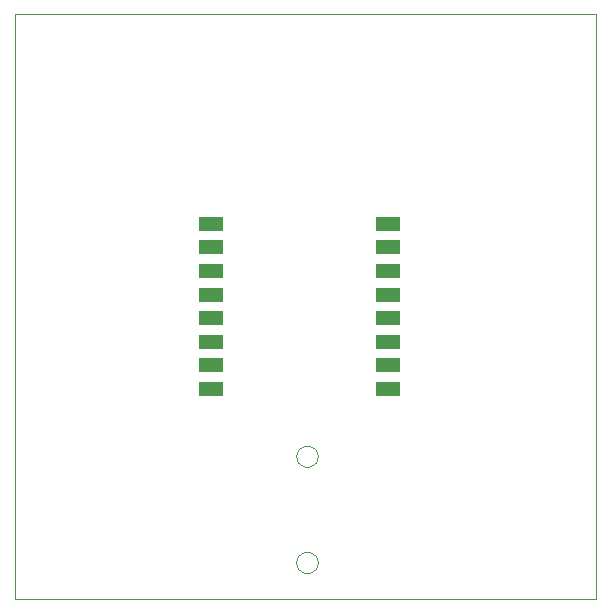
<source format=gtp>
G75*
%MOIN*%
%OFA0B0*%
%FSLAX24Y24*%
%IPPOS*%
%LPD*%
%AMOC8*
5,1,8,0,0,1.08239X$1,22.5*
%
%ADD10C,0.0000*%
%ADD11R,0.0787X0.0472*%
D10*
X002107Y000113D02*
X002107Y019609D01*
X021477Y019609D01*
X021477Y000113D01*
X002107Y000113D01*
X011502Y001343D02*
X011504Y001380D01*
X011510Y001417D01*
X011519Y001453D01*
X011533Y001487D01*
X011550Y001520D01*
X011570Y001552D01*
X011593Y001581D01*
X011619Y001607D01*
X011648Y001630D01*
X011679Y001650D01*
X011713Y001667D01*
X011747Y001681D01*
X011783Y001690D01*
X011820Y001696D01*
X011857Y001698D01*
X011894Y001696D01*
X011931Y001690D01*
X011967Y001681D01*
X012001Y001667D01*
X012034Y001650D01*
X012066Y001630D01*
X012095Y001607D01*
X012121Y001581D01*
X012144Y001552D01*
X012164Y001521D01*
X012181Y001487D01*
X012195Y001453D01*
X012204Y001417D01*
X012210Y001380D01*
X012212Y001343D01*
X012210Y001306D01*
X012204Y001269D01*
X012195Y001233D01*
X012181Y001199D01*
X012164Y001166D01*
X012144Y001134D01*
X012121Y001105D01*
X012095Y001079D01*
X012066Y001056D01*
X012035Y001036D01*
X012001Y001019D01*
X011967Y001005D01*
X011931Y000996D01*
X011894Y000990D01*
X011857Y000988D01*
X011820Y000990D01*
X011783Y000996D01*
X011747Y001005D01*
X011713Y001019D01*
X011680Y001036D01*
X011648Y001056D01*
X011619Y001079D01*
X011593Y001105D01*
X011570Y001134D01*
X011550Y001165D01*
X011533Y001199D01*
X011519Y001233D01*
X011510Y001269D01*
X011504Y001306D01*
X011502Y001343D01*
X011502Y004883D02*
X011504Y004920D01*
X011510Y004957D01*
X011519Y004993D01*
X011533Y005027D01*
X011550Y005060D01*
X011570Y005092D01*
X011593Y005121D01*
X011619Y005147D01*
X011648Y005170D01*
X011679Y005190D01*
X011713Y005207D01*
X011747Y005221D01*
X011783Y005230D01*
X011820Y005236D01*
X011857Y005238D01*
X011894Y005236D01*
X011931Y005230D01*
X011967Y005221D01*
X012001Y005207D01*
X012034Y005190D01*
X012066Y005170D01*
X012095Y005147D01*
X012121Y005121D01*
X012144Y005092D01*
X012164Y005061D01*
X012181Y005027D01*
X012195Y004993D01*
X012204Y004957D01*
X012210Y004920D01*
X012212Y004883D01*
X012210Y004846D01*
X012204Y004809D01*
X012195Y004773D01*
X012181Y004739D01*
X012164Y004706D01*
X012144Y004674D01*
X012121Y004645D01*
X012095Y004619D01*
X012066Y004596D01*
X012035Y004576D01*
X012001Y004559D01*
X011967Y004545D01*
X011931Y004536D01*
X011894Y004530D01*
X011857Y004528D01*
X011820Y004530D01*
X011783Y004536D01*
X011747Y004545D01*
X011713Y004559D01*
X011680Y004576D01*
X011648Y004596D01*
X011619Y004619D01*
X011593Y004645D01*
X011570Y004674D01*
X011550Y004705D01*
X011533Y004739D01*
X011519Y004773D01*
X011510Y004809D01*
X011504Y004846D01*
X011502Y004883D01*
D11*
X008655Y007122D03*
X008655Y007910D03*
X008655Y008697D03*
X008655Y009485D03*
X008655Y010272D03*
X008655Y011059D03*
X008655Y011847D03*
X008655Y012634D03*
X014560Y012634D03*
X014560Y011847D03*
X014560Y011059D03*
X014560Y010272D03*
X014560Y009485D03*
X014560Y008697D03*
X014560Y007910D03*
X014560Y007122D03*
M02*

</source>
